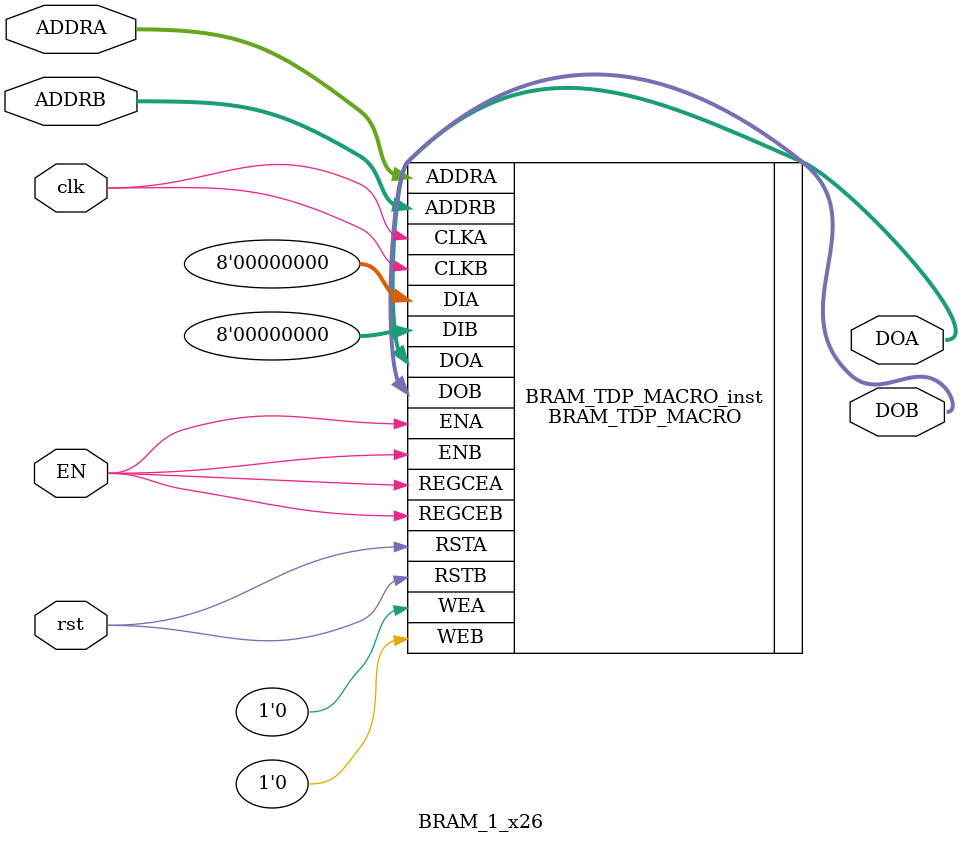
<source format=v>

module BRAM_1_x26(
    input [9:0] ADDRA,
    input [9:0] ADDRB,
    input clk,
    input rst, input EN,
    output [7:0] DOA,
    output [7:0] DOB
    );



// Spartan-6
// Xilinx HDL Libraries Guide, version 14.7
//////////////////////////////////////////////////////////////////////////
// DATA_WIDTH_A/B | BRAM_SIZE | RAM Depth | ADDRA/B Width | WEA/B Width //
// ===============|===========|===========|===============|=============//
// 19-36 | "18Kb" | 512 | 9-bit | 4-bit //
// 10-18 | "18Kb" | 1024 | 10-bit | 2-bit //
// 10-18 | "9Kb" | 512 | 9-bit | 2-bit //
// 5-9 | "18Kb" | 2048 | 11-bit | 1-bit //
// 5-9 | "9Kb" | 1024 | 10-bit | 1-bit //
// 3-4 | "18Kb" | 4096 | 12-bit | 1-bit //
// 3-4 | "9Kb" | 2048 | 11-bit | 1-bit //
// 2 | "18Kb" | 8192 | 13-bit | 1-bit //
// 2 | "9Kb" | 4096 | 12-bit | 1-bit //
// 1 | "18Kb" | 16384 | 14-bit | 1-bit //
// 1 | "9Kb" | 8192 | 12-bit | 1-bit //
//////////////////////////////////////////////////////////////////////////
BRAM_TDP_MACRO #(
	.BRAM_SIZE("9Kb"), // Target BRAM: "9Kb" or "18Kb"
	.DEVICE("SPARTAN6"), // Target device: "VIRTEX5", "VIRTEX6", "SPARTAN6"
	.DOA_REG(1), // Optional port A output register (0 or 1)
	.DOB_REG(1), // Optional port B output register (0 or 1)
	.INIT_A(36'h0123), // Initial values on port A output port
	.INIT_B(36'h3210), // Initial values on port B output port
	.INIT_FILE ("NONE"),
	.READ_WIDTH_A (8), // Valid values are 1-36
	.READ_WIDTH_B (8), // Valid values are 1-36
	.SIM_COLLISION_CHECK ("NONE"), // Collision check enable "ALL", "WARNING_ONLY",
	// "GENERATE_X_ONLY" or "NONE"
	.SRVAL_A(36'h00000000), // Set/Reset value for port A output
	.SRVAL_B(36'h00000000), // Set/Reset value for port B output
	.WRITE_MODE_A("WRITE_FIRST"), // "WRITE_FIRST", "READ_FIRST", or "NO_CHANGE"
	.WRITE_MODE_B("WRITE_FIRST"), // "WRITE_FIRST", "READ_FIRST", or "NO_CHANGE"
	.WRITE_WIDTH_A(8), // Valid values are 1-36
	.WRITE_WIDTH_B(8), // Valid values are 1-36
	
.INIT_00(256'hF8185D8EC6C3665000000000000000002BE2F40E2A06F0EF0000000000000000),
.INIT_01(256'hE54E72D8F852248FA91F77F3ECBE7C1C80AF745A735DCCE3150ED2FB817E08C5),
.INIT_02(256'hCC3DE4C47610FF4824B62959FF1F565470E4F0B5E4E7C517F72928143D914608),
.INIT_03(256'h85D9902F4E61B4782DEFF1E3E1B5D753F1655522C5228E8A3C1F2BD83085CDA8),
.INIT_04(256'hF5410DA49D06CA4C1A8C07BF28749FED2D4E6917A9E542138DE556106CCE1D91),
.INIT_05(256'h73C00995D9A14215EB8798E87D3FEAB4D1180EE8464478550C33A0839889D0DD),
.INIT_06(256'hD568CF8D78986976180467B7B014C1A9DBFDAF768BF0F470E54B8EEC8F99EA30),
.INIT_07(256'h134F84152ECBFCD45D5D43BD035F5DFF1973F95E08DBADB3AEB1BD5CE3A0B00D),
.INIT_08(256'h05E5A0733B3E9BADFDFDFDFDFDFDFDFDD61F09F3D7FB0D12FDFDFDFDFDFDFDFD),
.INIT_09(256'h18B38F2505AFD97254E28A0E114381E17D5289A78EA0311EE8F32F067C83F538),
.INIT_0A(256'h31C019398BED02B5D94BD4A402E2ABA98D190D48191A38EA0AD4D5E9C06CBBF5),
.INIT_0B(256'h78246DD2B39C4985D0120C1E1C482AAE0C98A8DF38DF7377C1E2D625CD783055),
.INIT_0C(256'h08BCF05960FB37B1E771FA42D5896210D0B394EA5418BFEE7018ABED9133E06C),
.INIT_0D(256'h8E3DF468245CBFE8167A651580C217492CE5F315BBB985A8F1CE5D7E65742D20),
.INIT_0E(256'h289532708565948BE5F99A4A4DE93C542600528B760D098D18B67311726417CD),
.INIT_0F(256'hEEB279E8D3360129A0A0BE40FEA2A002E48E04A3F526504E534C40A11E5D4DF0),
.INIT_10(256'h57EEBEAFDABF37FA0000000000000000C2121C64505C8A2E0000000000000000),
.INIT_11(256'h5EDF01FF16595F6FB658CBF27C801338ECB76145E2777993CE9356DC5D12D74F),
.INIT_12(256'h01C9F2CCDF11A49C47CCD401FFAEE0EFE01B9C91926F666D76A75DD27D76DA8F),
.INIT_13(256'h6116B1E7E98AA3E127C55C37C6EC238031C68B5D4CAF6CAEF8F3DE5CF3304B01),
.INIT_14(256'hF4491267B2450C330D18E99C79FAC1229062C6FCBD05B3C39EADFDAE9E3BA164),
.INIT_15(256'h7A9C10E93C821CBD4FD7ECC33428D9726C765356185A6D30F1FC308AA72E2816),
.INIT_16(256'h2B2B4FD97BEBCBCDC3912C404A5475559580F97A1D98A5B6CFE11F0F81E381DD),
.INIT_17(256'hAE72D34E6D33D6C9356D08B92026DF30F48E645FB64EE0598215651B09C02C0C),
.INIT_18(256'hAA1343522742CA07FDFDFDFDFDFDFDFD3FEFE199ADA177D3FDFDFDFDFDFDFDFD),
.INIT_19(256'hA322FC02EBA4A2924BA5360F817DEEC5114A9CB81F8A846E336EAB21A0EF2AB2),
.INIT_1A(256'hFC340F3122EC5961BA3129FC02531D121DE6616C6F929B908B5AA02F808B2772),
.INIT_1B(256'h9CEB4C1A14775E1CDA38A1CA3B11DE7DCC3B76A0B1529153050E23A10ECDB6FC),
.INIT_1C(256'h09B4EF9A4FB8F1CEF0E5146184073CDF6D9F3B0140F84E3E6350005363C65C99),
.INIT_1D(256'h8761ED14C17FE140B22A113EC9D5248F918BAEABE5A790CD0C01CD775AD3D5EB),
.INIT_1E(256'hD6D6B224861636303E6CD1BDB7A988A8687D0487E065584B321CE2F27C1E7C20),
.INIT_1F(256'h538F2EB390CE2B34C890F544DDDB22CD097399A24BB31DA47FE898E6F43DD1F1),



	
	//===============================================================================
	
	.INIT_20(256'h0000000000000000000000000000000000000000000000000000000000000000),
	.INIT_21(256'h0000000000000000000000000000000000000000000000000000000000000000),
	.INIT_22(256'h0000000000000000000000000000000000000000000000000000000000000000),
	.INIT_23(256'h0000000000000000000000000000000000000000000000000000000000000000),
	.INIT_24(256'h0000000000000000000000000000000000000000000000000000000000000000),
	.INIT_25(256'h0000000000000000000000000000000000000000000000000000000000000000),
	.INIT_26(256'h0000000000000000000000000000000000000000000000000000000000000000),
	.INIT_27(256'h0000000000000000000000000000000000000000000000000000000000000000),
	.INIT_28(256'h0000000000000000000000000000000000000000000000000000000000000000),
	.INIT_29(256'h0000000000000000000000000000000000000000000000000000000000000000),
	.INIT_2A(256'h0000000000000000000000000000000000000000000000000000000000000000),
	.INIT_2B(256'h0000000000000000000000000000000000000000000000000000000000000000),
	.INIT_2C(256'h0000000000000000000000000000000000000000000000000000000000000000),
	.INIT_2D(256'h0000000000000000000000000000000000000000000000000000000000000000),
	.INIT_2E(256'h0000000000000000000000000000000000000000000000000000000000000000),
	.INIT_2F(256'h0000000000000000000000000000000000000000000000000000000000000000),
	.INIT_30(256'h0000000000000000000000000000000000000000000000000000000000000000),
	.INIT_31(256'h0000000000000000000000000000000000000000000000000000000000000000),
	.INIT_32(256'h0000000000000000000000000000000000000000000000000000000000000000),
	.INIT_33(256'h0000000000000000000000000000000000000000000000000000000000000000),
	.INIT_34(256'h0000000000000000000000000000000000000000000000000000000000000000),
	.INIT_35(256'h0000000000000000000000000000000000000000000000000000000000000000),
	.INIT_36(256'h0000000000000000000000000000000000000000000000000000000000000000),
	.INIT_37(256'h0000000000000000000000000000000000000000000000000000000000000000),
	.INIT_38(256'h0000000000000000000000000000000000000000000000000000000000000000),
	.INIT_39(256'h0000000000000000000000000000000000000000000000000000000000000000),
	.INIT_3A(256'h0000000000000000000000000000000000000000000000000000000000000000),
	.INIT_3B(256'h0000000000000000000000000000000000000000000000000000000000000000),
	.INIT_3C(256'h0000000000000000000000000000000000000000000000000000000000000000),
	.INIT_3D(256'h0000000000000000000000000000000000000000000000000000000000000000),
	.INIT_3E(256'h0000000000000000000000000000000000000000000000000000000000000000),
	.INIT_3F(256'h0000000000000000000000000000000000000000000000000000000000000000),


	// The next set of INITP_xx are for the parity bits
	.INITP_00(256'h0000000000000000000000000000000000000000000000000000000000000000),
	.INITP_01(256'h0000000000000000000000000000000000000000000000000000000000000000),
	.INITP_02(256'h0000000000000000000000000000000000000000000000000000000000000000),
	.INITP_03(256'h0000000000000000000000000000000000000000000000000000000000000000),
	// The next set of INITP_xx are for "18Kb" configuration only
	.INITP_04(256'h0000000000000000000000000000000000000000000000000000000000000000),
	.INITP_05(256'h0000000000000000000000000000000000000000000000000000000000000000),
	.INITP_06(256'h0000000000000000000000000000000000000000000000000000000000000000),
	.INITP_07(256'h0000000000000000000000000000000000000000000000000000000000000000)
) BRAM_TDP_MACRO_inst (
	.DOA(DOA), // Output port-A data, width defined by READ_WIDTH_A parameter
	.DOB(DOB), // Output port-B data, width defined by READ_WIDTH_B parameter
	.ADDRA(ADDRA), // Input port-A address, width defined by Port A depth
	.ADDRB(ADDRB), // Input port-B address, width defined by Port B depth
	.CLKA(clk), // 1-bit input port-A clock
	.CLKB(clk), // 1-bit input port-B clock
		.DIA(8'h0), // Input port-A data, width defined by WRITE_WIDTH_A parameter
	.DIB(8'h0), // Input port-B data, width defined by WRITE_WIDTH_B parameter
	.ENA(EN), // 1-bit input port-A enable
	.ENB(EN), // 1-bit input port-B enable
	.REGCEA(EN), // 1-bit input port-A output register enable
	.REGCEB(EN), // 1-bit input port-B output register enable
	.RSTA(rst), // 1-bit input port-A reset
	.RSTB(rst), // 1-bit input port-B reset
	.WEA(1'b0), // Input port-A write enable, width defined by Port A depth
	.WEB(1'b0) // Input port-B write enable, width defined by Port B depth
);
// End of BRAM_TDP_MACRO_inst instantiation
endmodule

</source>
